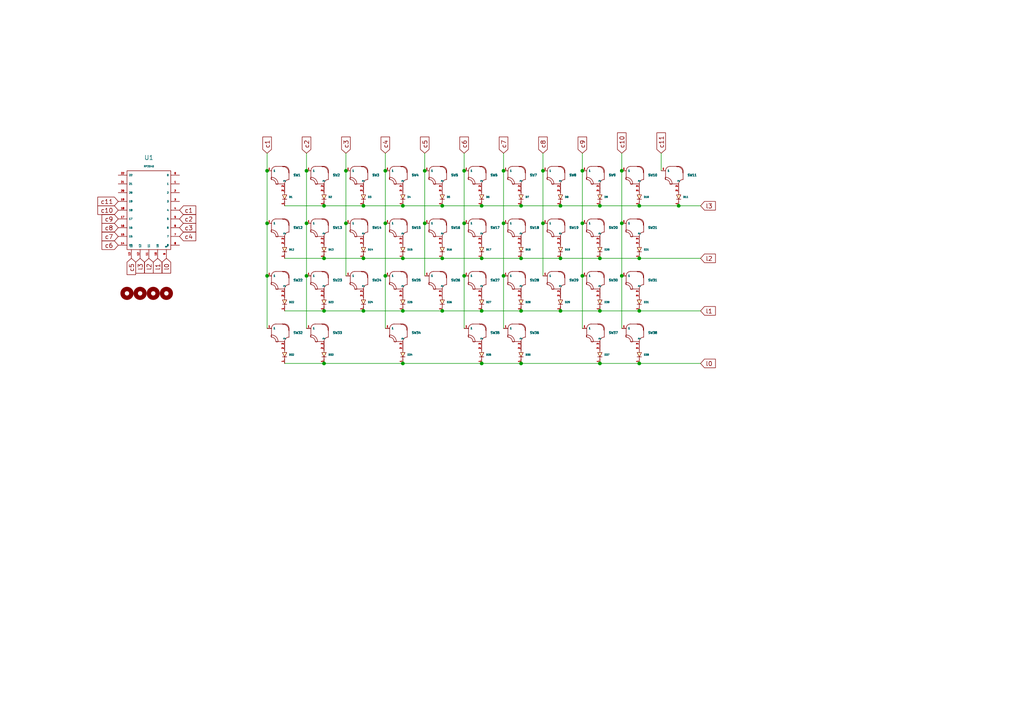
<source format=kicad_sch>
(kicad_sch (version 20211123) (generator eeschema)
  (paper "A4")
  (lib_symbols
    (symbol "Mechanical:MountingHole" (pin_names (offset 1.016))
      (property "Reference" "H" (at 0 5.08 0))
      (property "Value" "MountingHole" (at 0 3.175 0))
      (symbol "MountingHole_0_1"
        (circle (center 0 0) (radius 1.27) (stroke (width 1.27)))
      )
    )
    (symbol "keyb:Diode"
      (property "Reference" "D" (at -0.635 -1.27 0))
      (symbol "Diode_0_1"
        (polyline (pts (xy -1.27 0) (xy -0.635 0)))
        (polyline (pts (xy 0.635 0) (xy 1.27 0)))
        (polyline (pts (xy -0.635 0.635) (xy -0.635 -0.635) (xy -0.635 0)))
        (polyline (pts (xy -0.635 0) (xy 0.635 0.635) (xy 0.635 -0.635) (xy -0.635 0)) (fill (type background)))
      )
      (symbol "Diode_1_1"
        (pin bidirectional line (at -2.54 0 0) (length 1.27) (name "") (number "1"))
        (pin bidirectional line (at 2.54 0 180) (length 1.27) (name "") (number "2"))
      )
    )
    (symbol "keyb:RP2040"
      (property "Reference" "U" (at 0 1.27 0))
      (property "Value" "RP2040" (at 0 -2.54 0))
      (symbol "RP2040_0_1"
        (rectangle (start -6.35 11.43) (end 6.35 -11.43))
      )
      (symbol "RP2040_1_1"
        (pin bidirectional line (at 8.89 10.16 180) (length 2.54) (name "0") (number "0"))
        (pin bidirectional line (at 8.89 7.62 180) (length 2.54) (name "1") (number "1"))
        (pin bidirectional line (at 2.54 -13.97 90) (length 2.54) (name "10") (number "10"))
        (pin bidirectional line (at 0 -13.97 90) (length 2.54) (name "11") (number "11"))
        (pin bidirectional line (at -2.54 -13.97 90) (length 2.54) (name "12") (number "12"))
        (pin bidirectional line (at -5.08 -13.97 90) (length 2.54) (name "13") (number "13"))
        (pin bidirectional line (at -8.89 -10.16 0) (length 2.54) (name "14") (number "14"))
        (pin bidirectional line (at -8.89 -7.62 0) (length 2.54) (name "15") (number "15"))
        (pin bidirectional line (at -8.89 -5.08 0) (length 2.54) (name "16") (number "16"))
        (pin bidirectional line (at -8.89 -2.54 0) (length 2.54) (name "17") (number "17"))
        (pin bidirectional line (at -8.89 0 0) (length 2.54) (name "18") (number "18"))
        (pin bidirectional line (at -8.89 2.54 0) (length 2.54) (name "19") (number "19"))
        (pin bidirectional line (at 8.89 5.08 180) (length 2.54) (name "2") (number "2"))
        (pin bidirectional line (at -8.89 5.08 0) (length 2.54) (name "20") (number "20"))
        (pin bidirectional line (at -8.89 7.62 0) (length 2.54) (name "21") (number "21"))
        (pin bidirectional line (at -8.89 10.16 0) (length 2.54) (name "22") (number "22"))
        (pin bidirectional line (at 8.89 2.54 180) (length 2.54) (name "3") (number "3"))
        (pin bidirectional line (at 8.89 0 180) (length 2.54) (name "4") (number "4"))
        (pin bidirectional line (at 8.89 -2.54 180) (length 2.54) (name "5") (number "5"))
        (pin bidirectional line (at 8.89 -5.08 180) (length 2.54) (name "6") (number "6"))
        (pin bidirectional line (at 8.89 -7.62 180) (length 2.54) (name "7") (number "7"))
        (pin bidirectional line (at 8.89 -10.16 180) (length 2.54) (name "8") (number "8"))
        (pin bidirectional line (at 5.08 -13.97 90) (length 2.54) (name "9") (number "9"))
      )
    )
    (symbol "keyb:key"
      (property "Reference" "SW" (at 0 0 0))
      (symbol "key_0_1"
        (arc (start -2.54 -0.635) (mid -2.6715 -0.9525) (end -2.54 -1.27))
        (arc (start -1.27 -2.54) (mid -1.642 -1.642) (end -2.54 -1.27))
        (arc (start -1.27 -2.54) (mid -0.9525 -2.6715) (end -0.635 -2.54))
        (arc (start -1.27 2.54) (mid -2.168 2.168) (end -2.54 1.27))
        (arc (start -0.635 -2.54) (mid -1.1935 -1.1935) (end -2.54 -0.635))
        (polyline (pts (xy -2.54 -1.27) (xy -2.54 1.27)))
        (polyline (pts (xy -1.27 -2.54) (xy 1.27 -2.54)))
        (polyline (pts (xy 1.27 2.54) (xy -1.27 2.54)))
        (polyline (pts (xy 2.54 -1.27) (xy 2.54 1.27)))
        (arc (start 0.635 2.54) (mid 0.9525 1.7735) (end 1.27 2.54))
        (arc (start 2.54 -1.27) (mid 0.372 -0.372) (end 1.27 -2.54))
        (arc (start 2.54 0.635) (mid 3.887 3.887) (end 0.635 2.54))
        (arc (start 2.54 1.27) (mid 3.438 3.438) (end 1.27 2.54))
        (arc (start 2.54 1.27) (mid 1.7735 0.9525) (end 2.54 0.635))
      )
      (symbol "key_1_1"
        (pin bidirectional line (at -3.81 1.27 0) (length 1.27) (name "1") (number "1"))
        (pin bidirectional line (at 1.27 -3.81 90) (length 1.27) (name "2") (number "2"))
      )
    )
  )
  (junction (at 196.85 59.69))
  (junction (at 162.56 74.93))
  (junction (at 180.34 49.53))
  (junction (at 93.98 74.93))
  (junction (at 185.42 105.41))
  (junction (at 157.48 49.53))
  (junction (at 139.7 90.17))
  (junction (at 146.05 64.77))
  (junction (at 111.76 80.01))
  (junction (at 88.9 49.53))
  (junction (at 116.84 74.93))
  (junction (at 151.13 74.93))
  (junction (at 100.33 64.77))
  (junction (at 88.9 80.01))
  (junction (at 173.99 90.17))
  (junction (at 105.41 90.17))
  (junction (at 100.33 49.53))
  (junction (at 134.62 80.01))
  (junction (at 123.19 49.53))
  (junction (at 180.34 80.01))
  (junction (at 157.48 64.77))
  (junction (at 168.91 64.77))
  (junction (at 93.98 105.41))
  (junction (at 168.91 49.53))
  (junction (at 128.27 90.17))
  (junction (at 116.84 90.17))
  (junction (at 139.7 105.41))
  (junction (at 77.47 49.53))
  (junction (at 168.91 80.01))
  (junction (at 185.42 74.93))
  (junction (at 134.62 49.53))
  (junction (at 77.47 80.01))
  (junction (at 134.62 64.77))
  (junction (at 146.05 80.01))
  (junction (at 128.27 74.93))
  (junction (at 185.42 90.17))
  (junction (at 111.76 49.53))
  (junction (at 173.99 74.93))
  (junction (at 123.19 64.77))
  (junction (at 93.98 59.69))
  (junction (at 162.56 90.17))
  (junction (at 116.84 59.69))
  (junction (at 93.98 90.17))
  (junction (at 77.47 64.77))
  (junction (at 88.9 64.77))
  (junction (at 151.13 90.17))
  (junction (at 105.41 74.93))
  (junction (at 151.13 105.41))
  (junction (at 105.41 59.69))
  (junction (at 146.05 49.53))
  (junction (at 128.27 59.69))
  (junction (at 151.13 59.69))
  (junction (at 185.42 59.69))
  (junction (at 173.99 59.69))
  (junction (at 139.7 59.69))
  (junction (at 111.76 64.77))
  (junction (at 139.7 74.93))
  (junction (at 180.34 64.77))
  (junction (at 162.56 59.69))
  (junction (at 116.84 105.41))
  (junction (at 173.99 105.41))
  (wire (pts (xy 173.99 74.93) (xy 185.42 74.93)))
  (wire (pts (xy 180.34 49.53) (xy 180.34 64.77)))
  (wire (pts (xy 111.76 44.45) (xy 111.76 49.53)))
  (wire (pts (xy 185.42 74.93) (xy 203.2 74.93)))
  (wire (pts (xy 151.13 59.69) (xy 162.56 59.69)))
  (wire (pts (xy 173.99 105.41) (xy 185.42 105.41)))
  (wire (pts (xy 77.47 80.01) (xy 77.47 95.25)))
  (wire (pts (xy 88.9 80.01) (xy 88.9 95.25)))
  (wire (pts (xy 173.99 90.17) (xy 185.42 90.17)))
  (wire (pts (xy 111.76 80.01) (xy 111.76 95.25)))
  (wire (pts (xy 157.48 49.53) (xy 157.48 64.77)))
  (wire (pts (xy 82.55 74.93) (xy 93.98 74.93)))
  (wire (pts (xy 134.62 49.53) (xy 134.62 64.77)))
  (wire (pts (xy 168.91 64.77) (xy 168.91 80.01)))
  (wire (pts (xy 111.76 49.53) (xy 111.76 64.77)))
  (wire (pts (xy 128.27 74.93) (xy 139.7 74.93)))
  (wire (pts (xy 185.42 59.69) (xy 196.85 59.69)))
  (wire (pts (xy 100.33 44.45) (xy 100.33 49.53)))
  (wire (pts (xy 180.34 44.45) (xy 180.34 49.53)))
  (wire (pts (xy 123.19 49.53) (xy 123.19 64.77)))
  (wire (pts (xy 134.62 64.77) (xy 134.62 80.01)))
  (wire (pts (xy 168.91 49.53) (xy 168.91 64.77)))
  (wire (pts (xy 146.05 80.01) (xy 146.05 95.25)))
  (wire (pts (xy 128.27 59.69) (xy 139.7 59.69)))
  (wire (pts (xy 82.55 59.69) (xy 93.98 59.69)))
  (wire (pts (xy 93.98 90.17) (xy 105.41 90.17)))
  (wire (pts (xy 111.76 64.77) (xy 111.76 80.01)))
  (wire (pts (xy 139.7 90.17) (xy 151.13 90.17)))
  (wire (pts (xy 162.56 74.93) (xy 173.99 74.93)))
  (wire (pts (xy 128.27 90.17) (xy 139.7 90.17)))
  (wire (pts (xy 100.33 64.77) (xy 100.33 80.01)))
  (wire (pts (xy 77.47 64.77) (xy 77.47 80.01)))
  (wire (pts (xy 139.7 105.41) (xy 151.13 105.41)))
  (wire (pts (xy 185.42 90.17) (xy 203.2 90.17)))
  (wire (pts (xy 123.19 44.45) (xy 123.19 49.53)))
  (wire (pts (xy 134.62 80.01) (xy 134.62 95.25)))
  (wire (pts (xy 151.13 105.41) (xy 173.99 105.41)))
  (wire (pts (xy 116.84 74.93) (xy 128.27 74.93)))
  (wire (pts (xy 168.91 80.01) (xy 168.91 95.25)))
  (wire (pts (xy 191.77 44.45) (xy 191.77 49.53)))
  (wire (pts (xy 105.41 59.69) (xy 116.84 59.69)))
  (wire (pts (xy 173.99 59.69) (xy 185.42 59.69)))
  (wire (pts (xy 116.84 105.41) (xy 139.7 105.41)))
  (wire (pts (xy 168.91 44.45) (xy 168.91 49.53)))
  (wire (pts (xy 180.34 64.77) (xy 180.34 80.01)))
  (wire (pts (xy 134.62 44.45) (xy 134.62 49.53)))
  (wire (pts (xy 88.9 44.45) (xy 88.9 49.53)))
  (wire (pts (xy 162.56 90.17) (xy 173.99 90.17)))
  (wire (pts (xy 146.05 49.53) (xy 146.05 64.77)))
  (wire (pts (xy 93.98 59.69) (xy 105.41 59.69)))
  (wire (pts (xy 105.41 74.93) (xy 116.84 74.93)))
  (wire (pts (xy 139.7 74.93) (xy 151.13 74.93)))
  (wire (pts (xy 93.98 74.93) (xy 105.41 74.93)))
  (wire (pts (xy 105.41 90.17) (xy 116.84 90.17)))
  (wire (pts (xy 88.9 64.77) (xy 88.9 80.01)))
  (wire (pts (xy 180.34 80.01) (xy 180.34 95.25)))
  (wire (pts (xy 157.48 64.77) (xy 157.48 80.01)))
  (wire (pts (xy 196.85 59.69) (xy 203.2 59.69)))
  (wire (pts (xy 77.47 44.45) (xy 77.47 49.53)))
  (wire (pts (xy 157.48 44.45) (xy 157.48 49.53)))
  (wire (pts (xy 77.47 49.53) (xy 77.47 64.77)))
  (wire (pts (xy 82.55 105.41) (xy 93.98 105.41)))
  (wire (pts (xy 139.7 59.69) (xy 151.13 59.69)))
  (wire (pts (xy 185.42 105.41) (xy 203.2 105.41)))
  (wire (pts (xy 151.13 74.93) (xy 162.56 74.93)))
  (wire (pts (xy 82.55 90.17) (xy 93.98 90.17)))
  (wire (pts (xy 93.98 105.41) (xy 116.84 105.41)))
  (wire (pts (xy 116.84 90.17) (xy 128.27 90.17)))
  (wire (pts (xy 116.84 59.69) (xy 128.27 59.69)))
  (wire (pts (xy 100.33 49.53) (xy 100.33 64.77)))
  (wire (pts (xy 146.05 64.77) (xy 146.05 80.01)))
  (wire (pts (xy 88.9 49.53) (xy 88.9 64.77)))
  (wire (pts (xy 146.05 44.45) (xy 146.05 49.53)))
  (wire (pts (xy 151.13 90.17) (xy 162.56 90.17)))
  (wire (pts (xy 162.56 59.69) (xy 173.99 59.69)))
  (wire (pts (xy 123.19 64.77) (xy 123.19 80.01)))
  (global_label "c3" (shape input) (at 52.07 66.04 0) (property "Références Inter-Feuilles" "${INTERSHEET_REFS}" (effects hide)))
  (global_label "c2" (shape input) (at 52.07 63.5 0) (property "Références Inter-Feuilles" "${INTERSHEET_REFS}" (effects hide)))
  (global_label "c3" (shape input) (at 100.33 44.45 90) (property "Références Inter-Feuilles" "${INTERSHEET_REFS}" (effects hide)))
  (global_label "c2" (shape input) (at 88.9 44.45 90) (property "Références Inter-Feuilles" "${INTERSHEET_REFS}" (effects hide)))
  (global_label "c8" (shape input) (at 34.29 66.04 180) (property "Références Inter-Feuilles" "${INTERSHEET_REFS}" (effects hide)))
  (global_label "c6" (shape input) (at 34.29 71.12 180) (property "Références Inter-Feuilles" "${INTERSHEET_REFS}" (effects hide)))
  (global_label "c7" (shape input) (at 146.05 44.45 90) (property "Références Inter-Feuilles" "${INTERSHEET_REFS}" (effects hide)))
  (global_label "c1" (shape input) (at 52.07 60.96 0) (property "Références Inter-Feuilles" "${INTERSHEET_REFS}" (effects hide)))
  (global_label "c11" (shape input) (at 34.29 58.42 180) (property "Références Inter-Feuilles" "${INTERSHEET_REFS}" (effects hide)))
  (global_label "l0" (shape input) (at 203.2 105.41 0) (property "Références Inter-Feuilles" "${INTERSHEET_REFS}" (effects hide)))
  (global_label "c4" (shape input) (at 52.07 68.58 0) (property "Références Inter-Feuilles" "${INTERSHEET_REFS}" (effects hide)))
  (global_label "l3" (shape input) (at 203.2 59.69 0) (property "Références Inter-Feuilles" "${INTERSHEET_REFS}" (effects hide)))
  (global_label "l1" (shape input) (at 45.72 74.93 270) (property "Références Inter-Feuilles" "${INTERSHEET_REFS}" (effects hide)))
  (global_label "c9" (shape input) (at 34.29 63.5 180) (property "Références Inter-Feuilles" "${INTERSHEET_REFS}" (effects hide)))
  (global_label "c10" (shape input) (at 34.29 60.96 180) (property "Références Inter-Feuilles" "${INTERSHEET_REFS}" (effects hide)))
  (global_label "c10" (shape input) (at 180.34 44.45 90) (property "Références Inter-Feuilles" "${INTERSHEET_REFS}" (effects hide)))
  (global_label "c8" (shape input) (at 157.48 44.45 90) (property "Références Inter-Feuilles" "${INTERSHEET_REFS}" (effects hide)))
  (global_label "c1" (shape input) (at 77.47 44.45 90) (property "Références Inter-Feuilles" "${INTERSHEET_REFS}" (effects hide)))
  (global_label "c5" (shape input) (at 38.1 74.93 270) (property "Références Inter-Feuilles" "${INTERSHEET_REFS}" (effects hide)))
  (global_label "c4" (shape input) (at 111.76 44.45 90) (property "Références Inter-Feuilles" "${INTERSHEET_REFS}" (effects hide)))
  (global_label "c6" (shape input) (at 134.62 44.45 90) (property "Références Inter-Feuilles" "${INTERSHEET_REFS}" (effects hide)))
  (global_label "c9" (shape input) (at 168.91 44.45 90) (property "Références Inter-Feuilles" "${INTERSHEET_REFS}" (effects hide)))
  (global_label "l3" (shape input) (at 40.64 74.93 270) (property "Références Inter-Feuilles" "${INTERSHEET_REFS}" (effects hide)))
  (global_label "c11" (shape input) (at 191.77 44.45 90) (property "Références Inter-Feuilles" "${INTERSHEET_REFS}" (effects hide)))
  (global_label "c5" (shape input) (at 123.19 44.45 90) (property "Références Inter-Feuilles" "${INTERSHEET_REFS}" (effects hide)))
  (global_label "l2" (shape input) (at 43.18 74.93 270) (property "Références Inter-Feuilles" "${INTERSHEET_REFS}" (effects hide)))
  (global_label "c7" (shape input) (at 34.29 68.58 180) (property "Références Inter-Feuilles" "${INTERSHEET_REFS}" (effects hide)))
  (global_label "l1" (shape input) (at 203.2 90.17 0) (property "Références Inter-Feuilles" "${INTERSHEET_REFS}" (effects hide)))
  (global_label "l2" (shape input) (at 203.2 74.93 0) (property "Références Inter-Feuilles" "${INTERSHEET_REFS}" (effects hide)))
  (global_label "l0" (shape input) (at 48.26 74.93 270) (property "Références Inter-Feuilles" "${INTERSHEET_REFS}" (effects hide)))
  (symbol (lib_id "keyb:Diode") (at 173.99 87.63 90) (unit 1)
    (property "Reference" "D30" (at 175.26 87.63 90) (effects (font (size 0.5 0.5)) (justify right)))
    (property "Value" "Diode" (effects hide))
    (property "Footprint" "keyb-libs:Diode" (effects hide))
  )
  (symbol (lib_id "keyb:Diode") (at 116.84 57.15 90) (unit 1)
    (property "Reference" "D4" (at 118.11 57.15 90) (effects (font (size 0.5 0.5)) (justify right)))
    (property "Value" "Diode" (effects hide))
    (property "Footprint" "keyb-libs:Diode" (effects hide))
  )
  (symbol (lib_id "keyb:key") (at 127 66.04 0) (unit 1)
    (property "Reference" "SW16" (at 130.81 66.0399 0) (effects (font (size 0.65 0.65)) (justify left)))
    (property "Value" "key" (effects hide))
    (property "Footprint" "keyb-libs:MX-5pin" (effects hide))
  )
  (symbol (lib_id "keyb:Diode") (at 185.42 102.87 90) (unit 1)
    (property "Reference" "D38" (at 186.69 102.87 90) (effects (font (size 0.5 0.5)) (justify right)))
    (property "Value" "Diode" (effects hide))
    (property "Footprint" "keyb-libs:Diode" (effects hide))
  )
  (symbol (lib_id "keyb:Diode") (at 116.84 72.39 90) (unit 1)
    (property "Reference" "D15" (at 118.11 72.39 90) (effects (font (size 0.5 0.5)) (justify right)))
    (property "Value" "Diode" (effects hide))
    (property "Footprint" "keyb-libs:Diode" (effects hide))
  )
  (symbol (lib_id "Mechanical:MountingHole") (at 44.45 85.09 0) (unit 1)
    (property "Reference" "H3" (effects hide))
    (property "Value" "MountingHole" (effects hide))
    (property "Footprint" "MountingHole:MountingHole_2.2mm_M2" (effects hide))
  )
  (symbol (lib_id "keyb:key") (at 172.72 66.04 0) (unit 1)
    (property "Reference" "SW20" (at 176.53 66.0399 0) (effects (font (size 0.65 0.65)) (justify left)))
    (property "Value" "key" (effects hide))
    (property "Footprint" "keyb-libs:MX-5pin" (effects hide))
  )
  (symbol (lib_id "keyb:key") (at 81.28 66.04 0) (unit 1)
    (property "Reference" "SW12" (at 85.09 66.0399 0) (effects (font (size 0.65 0.65)) (justify left)))
    (property "Value" "key" (effects hide))
    (property "Footprint" "keyb-libs:MX-5pin" (effects hide))
  )
  (symbol (lib_id "keyb:Diode") (at 162.56 57.15 90) (unit 1)
    (property "Reference" "D8" (at 163.83 57.15 90) (effects (font (size 0.5 0.5)) (justify right)))
    (property "Value" "Diode" (effects hide))
    (property "Footprint" "keyb-libs:Diode" (effects hide))
  )
  (symbol (lib_id "keyb:Diode") (at 185.42 87.63 90) (unit 1)
    (property "Reference" "D31" (at 186.69 87.63 90) (effects (font (size 0.5 0.5)) (justify right)))
    (property "Value" "Diode" (effects hide))
    (property "Footprint" "keyb-libs:Diode" (effects hide))
  )
  (symbol (lib_id "Mechanical:MountingHole") (at 48.26 85.09 0) (unit 1)
    (property "Reference" "H4" (effects hide))
    (property "Value" "MountingHole" (effects hide))
    (property "Footprint" "MountingHole:MountingHole_2.2mm_M2" (effects hide))
  )
  (symbol (lib_id "keyb:key") (at 184.15 81.28 0) (unit 1)
    (property "Reference" "SW31" (at 187.96 81.2799 0) (effects (font (size 0.65 0.65)) (justify left)))
    (property "Value" "key" (effects hide))
    (property "Footprint" "keyb-libs:MX-5pin" (effects hide))
  )
  (symbol (lib_id "keyb:Diode") (at 139.7 87.63 90) (unit 1)
    (property "Reference" "D27" (at 140.97 87.63 90) (effects (font (size 0.5 0.5)) (justify right)))
    (property "Value" "Diode" (effects hide))
    (property "Footprint" "keyb-libs:Diode" (effects hide))
  )
  (symbol (lib_id "keyb:key") (at 92.71 81.28 0) (unit 1)
    (property "Reference" "SW23" (at 96.52 81.2799 0) (effects (font (size 0.65 0.65)) (justify left)))
    (property "Value" "key" (effects hide))
    (property "Footprint" "keyb-libs:MX-5pin" (effects hide))
  )
  (symbol (lib_id "keyb:RP2040") (at 43.18 60.96 0) (unit 1)
    (property "Reference" "U1" (at 43.18 45.72 0))
    (property "Value" "RP2040" (at 43.18 48.26 0) (effects (font (size 0.5 0.5))))
    (property "Footprint" "keyb-libs:RP2040" (effects hide))
  )
  (symbol (lib_id "keyb:Diode") (at 82.55 102.87 90) (unit 1)
    (property "Reference" "D32" (at 83.82 102.87 90) (effects (font (size 0.5 0.5)) (justify right)))
    (property "Value" "Diode" (effects hide))
    (property "Footprint" "keyb-libs:Diode" (effects hide))
  )
  (symbol (lib_id "keyb:key") (at 104.14 81.28 0) (unit 1)
    (property "Reference" "SW24" (at 107.95 81.2799 0) (effects (font (size 0.65 0.65)) (justify left)))
    (property "Value" "key" (effects hide))
    (property "Footprint" "keyb-libs:MX-5pin" (effects hide))
  )
  (symbol (lib_id "keyb:Diode") (at 196.85 57.15 90) (unit 1)
    (property "Reference" "D11" (at 198.12 57.15 90) (effects (font (size 0.5 0.5)) (justify right)))
    (property "Value" "Diode" (effects hide))
    (property "Footprint" "keyb-libs:Diode" (effects hide))
  )
  (symbol (lib_id "keyb:key") (at 184.15 96.52 0) (unit 1)
    (property "Reference" "SW38" (at 187.96 96.5199 0) (effects (font (size 0.65 0.65)) (justify left)))
    (property "Value" "key" (effects hide))
    (property "Footprint" "keyb-libs:MX-5pin" (effects hide))
  )
  (symbol (lib_id "Mechanical:MountingHole") (at 36.83 85.09 0) (unit 1)
    (property "Reference" "H1" (effects hide))
    (property "Value" "MountingHole" (effects hide))
    (property "Footprint" "MountingHole:MountingHole_2.2mm_M2" (effects hide))
  )
  (symbol (lib_id "keyb:key") (at 149.86 81.28 0) (unit 1)
    (property "Reference" "SW28" (at 153.67 81.2799 0) (effects (font (size 0.65 0.65)) (justify left)))
    (property "Value" "key" (effects hide))
    (property "Footprint" "keyb-libs:MX-5pin" (effects hide))
  )
  (symbol (lib_id "keyb:Diode") (at 128.27 57.15 90) (unit 1)
    (property "Reference" "D5" (at 129.54 57.15 90) (effects (font (size 0.5 0.5)) (justify right)))
    (property "Value" "Diode" (effects hide))
    (property "Footprint" "keyb-libs:Diode" (effects hide))
  )
  (symbol (lib_id "keyb:Diode") (at 151.13 87.63 90) (unit 1)
    (property "Reference" "D28" (at 152.4 87.63 90) (effects (font (size 0.5 0.5)) (justify right)))
    (property "Value" "Diode" (effects hide))
    (property "Footprint" "keyb-libs:Diode" (effects hide))
  )
  (symbol (lib_id "keyb:key") (at 149.86 66.04 0) (unit 1)
    (property "Reference" "SW18" (at 153.67 66.0399 0) (effects (font (size 0.65 0.65)) (justify left)))
    (property "Value" "key" (effects hide))
    (property "Footprint" "keyb-libs:MX-5pin" (effects hide))
  )
  (symbol (lib_id "keyb:key") (at 127 50.8 0) (unit 1)
    (property "Reference" "SW5" (at 130.81 50.7999 0) (effects (font (size 0.65 0.65)) (justify left)))
    (property "Value" "key" (effects hide))
    (property "Footprint" "keyb-libs:MX-5pin" (effects hide))
  )
  (symbol (lib_id "keyb:Diode") (at 173.99 57.15 90) (unit 1)
    (property "Reference" "D9" (at 175.26 57.15 90) (effects (font (size 0.5 0.5)) (justify right)))
    (property "Value" "Diode" (effects hide))
    (property "Footprint" "keyb-libs:Diode" (effects hide))
  )
  (symbol (lib_id "keyb:key") (at 81.28 81.28 0) (unit 1)
    (property "Reference" "SW22" (at 85.09 81.2799 0) (effects (font (size 0.65 0.65)) (justify left)))
    (property "Value" "key" (effects hide))
    (property "Footprint" "keyb-libs:MX-5pin" (effects hide))
  )
  (symbol (lib_id "keyb:key") (at 115.57 50.8 0) (unit 1)
    (property "Reference" "SW4" (at 119.38 50.7999 0) (effects (font (size 0.65 0.65)) (justify left)))
    (property "Value" "key" (effects hide))
    (property "Footprint" "keyb-libs:MX-5pin" (effects hide))
  )
  (symbol (lib_id "keyb:key") (at 172.72 96.52 0) (unit 1)
    (property "Reference" "SW37" (at 176.53 96.5199 0) (effects (font (size 0.65 0.65)) (justify left)))
    (property "Value" "key" (effects hide))
    (property "Footprint" "keyb-libs:MX-5pin" (effects hide))
  )
  (symbol (lib_id "Mechanical:MountingHole") (at 40.64 85.09 0) (unit 1)
    (property "Reference" "H2" (effects hide))
    (property "Value" "MountingHole" (effects hide))
    (property "Footprint" "MountingHole:MountingHole_2.2mm_M2" (effects hide))
  )
  (symbol (lib_id "keyb:Diode") (at 82.55 57.15 90) (unit 1)
    (property "Reference" "D1" (at 83.82 57.15 90) (effects (font (size 0.5 0.5)) (justify right)))
    (property "Value" "Diode" (effects hide))
    (property "Footprint" "keyb-libs:Diode" (effects hide))
  )
  (symbol (lib_id "keyb:Diode") (at 151.13 102.87 90) (unit 1)
    (property "Reference" "D36" (at 152.4 102.87 90) (effects (font (size 0.5 0.5)) (justify right)))
    (property "Value" "Diode" (effects hide))
    (property "Footprint" "keyb-libs:Diode" (effects hide))
  )
  (symbol (lib_id "keyb:Diode") (at 82.55 72.39 90) (unit 1)
    (property "Reference" "D12" (at 83.82 72.39 90) (effects (font (size 0.5 0.5)) (justify right)))
    (property "Value" "Diode" (effects hide))
    (property "Footprint" "keyb-libs:Diode" (effects hide))
  )
  (symbol (lib_id "keyb:Diode") (at 139.7 72.39 90) (unit 1)
    (property "Reference" "D17" (at 140.97 72.39 90) (effects (font (size 0.5 0.5)) (justify right)))
    (property "Value" "Diode" (effects hide))
    (property "Footprint" "keyb-libs:Diode" (effects hide))
  )
  (symbol (lib_id "keyb:key") (at 138.43 66.04 0) (unit 1)
    (property "Reference" "SW17" (at 142.24 66.0399 0) (effects (font (size 0.65 0.65)) (justify left)))
    (property "Value" "key" (effects hide))
    (property "Footprint" "keyb-libs:MX-5pin" (effects hide))
  )
  (symbol (lib_id "keyb:key") (at 127 81.28 0) (unit 1)
    (property "Reference" "SW26" (at 130.81 81.2799 0) (effects (font (size 0.65 0.65)) (justify left)))
    (property "Value" "key" (effects hide))
    (property "Footprint" "keyb-libs:MX-5pin" (effects hide))
  )
  (symbol (lib_id "keyb:Diode") (at 139.7 102.87 90) (unit 1)
    (property "Reference" "D35" (at 140.97 102.87 90) (effects (font (size 0.5 0.5)) (justify right)))
    (property "Value" "Diode" (effects hide))
    (property "Footprint" "keyb-libs:Diode" (effects hide))
  )
  (symbol (lib_id "keyb:key") (at 149.86 50.8 0) (unit 1)
    (property "Reference" "SW7" (at 153.67 50.7999 0) (effects (font (size 0.65 0.65)) (justify left)))
    (property "Value" "key" (effects hide))
    (property "Footprint" "keyb-libs:MX-5pin" (effects hide))
  )
  (symbol (lib_id "keyb:key") (at 104.14 50.8 0) (unit 1)
    (property "Reference" "SW3" (at 107.95 50.7999 0) (effects (font (size 0.65 0.65)) (justify left)))
    (property "Value" "key" (effects hide))
    (property "Footprint" "keyb-libs:MX-5pin" (effects hide))
  )
  (symbol (lib_id "keyb:key") (at 172.72 50.8 0) (unit 1)
    (property "Reference" "SW9" (at 176.53 50.7999 0) (effects (font (size 0.65 0.65)) (justify left)))
    (property "Value" "key" (effects hide))
    (property "Footprint" "keyb-libs:MX-5pin" (effects hide))
  )
  (symbol (lib_id "keyb:Diode") (at 173.99 72.39 90) (unit 1)
    (property "Reference" "D20" (at 175.26 72.39 90) (effects (font (size 0.5 0.5)) (justify right)))
    (property "Value" "Diode" (effects hide))
    (property "Footprint" "keyb-libs:Diode" (effects hide))
  )
  (symbol (lib_id "keyb:Diode") (at 185.42 72.39 90) (unit 1)
    (property "Reference" "D21" (at 186.69 72.39 90) (effects (font (size 0.5 0.5)) (justify right)))
    (property "Value" "Diode" (effects hide))
    (property "Footprint" "keyb-libs:Diode" (effects hide))
  )
  (symbol (lib_id "keyb:key") (at 161.29 81.28 0) (unit 1)
    (property "Reference" "SW29" (at 165.1 81.2799 0) (effects (font (size 0.65 0.65)) (justify left)))
    (property "Value" "key" (effects hide))
    (property "Footprint" "keyb-libs:MX-5pin" (effects hide))
  )
  (symbol (lib_id "keyb:Diode") (at 105.41 87.63 90) (unit 1)
    (property "Reference" "D24" (at 106.68 87.63 90) (effects (font (size 0.5 0.5)) (justify right)))
    (property "Value" "Diode" (effects hide))
    (property "Footprint" "keyb-libs:Diode" (effects hide))
  )
  (symbol (lib_id "keyb:Diode") (at 93.98 102.87 90) (unit 1)
    (property "Reference" "D33" (at 95.25 102.87 90) (effects (font (size 0.5 0.5)) (justify right)))
    (property "Value" "Diode" (effects hide))
    (property "Footprint" "keyb-libs:Diode" (effects hide))
  )
  (symbol (lib_id "keyb:Diode") (at 128.27 87.63 90) (unit 1)
    (property "Reference" "D26" (at 129.54 87.63 90) (effects (font (size 0.5 0.5)) (justify right)))
    (property "Value" "Diode" (effects hide))
    (property "Footprint" "keyb-libs:Diode" (effects hide))
  )
  (symbol (lib_id "keyb:key") (at 92.71 50.8 0) (unit 1)
    (property "Reference" "SW2" (at 96.52 50.7999 0) (effects (font (size 0.65 0.65)) (justify left)))
    (property "Value" "key" (effects hide))
    (property "Footprint" "keyb-libs:MX-5pin" (effects hide))
  )
  (symbol (lib_id "keyb:key") (at 195.58 50.8 0) (unit 1)
    (property "Reference" "SW11" (at 199.39 50.7999 0) (effects (font (size 0.65 0.65)) (justify left)))
    (property "Value" "key" (effects hide))
    (property "Footprint" "keyb-libs:MX-5pin" (effects hide))
  )
  (symbol (lib_id "keyb:key") (at 149.86 96.52 0) (unit 1)
    (property "Reference" "SW36" (at 153.67 96.5199 0) (effects (font (size 0.65 0.65)) (justify left)))
    (property "Value" "key" (effects hide))
    (property "Footprint" "keyb-libs:MX-5pin" (effects hide))
  )
  (symbol (lib_id "keyb:key") (at 138.43 50.8 0) (unit 1)
    (property "Reference" "SW6" (at 142.24 50.7999 0) (effects (font (size 0.65 0.65)) (justify left)))
    (property "Value" "key" (effects hide))
    (property "Footprint" "keyb-libs:MX-5pin" (effects hide))
  )
  (symbol (lib_id "keyb:Diode") (at 93.98 57.15 90) (unit 1)
    (property "Reference" "D2" (at 95.25 57.15 90) (effects (font (size 0.5 0.5)) (justify right)))
    (property "Value" "Diode" (effects hide))
    (property "Footprint" "keyb-libs:Diode" (effects hide))
  )
  (symbol (lib_id "keyb:Diode") (at 105.41 57.15 90) (unit 1)
    (property "Reference" "D3" (at 106.68 57.15 90) (effects (font (size 0.5 0.5)) (justify right)))
    (property "Value" "Diode" (effects hide))
    (property "Footprint" "keyb-libs:Diode" (effects hide))
  )
  (symbol (lib_id "keyb:Diode") (at 162.56 72.39 90) (unit 1)
    (property "Reference" "D19" (at 163.83 72.39 90) (effects (font (size 0.5 0.5)) (justify right)))
    (property "Value" "Diode" (effects hide))
    (property "Footprint" "keyb-libs:Diode" (effects hide))
  )
  (symbol (lib_id "keyb:Diode") (at 82.55 87.63 90) (unit 1)
    (property "Reference" "D22" (at 83.82 87.63 90) (effects (font (size 0.5 0.5)) (justify right)))
    (property "Value" "Diode" (effects hide))
    (property "Footprint" "keyb-libs:Diode" (effects hide))
  )
  (symbol (lib_id "keyb:Diode") (at 139.7 57.15 90) (unit 1)
    (property "Reference" "D6" (at 140.97 57.15 90) (effects (font (size 0.5 0.5)) (justify right)))
    (property "Value" "Diode" (effects hide))
    (property "Footprint" "keyb-libs:Diode" (effects hide))
  )
  (symbol (lib_id "keyb:Diode") (at 173.99 102.87 90) (unit 1)
    (property "Reference" "D37" (at 175.26 102.87 90) (effects (font (size 0.5 0.5)) (justify right)))
    (property "Value" "Diode" (effects hide))
    (property "Footprint" "keyb-libs:Diode" (effects hide))
  )
  (symbol (lib_id "keyb:key") (at 161.29 66.04 0) (unit 1)
    (property "Reference" "SW19" (at 165.1 66.0399 0) (effects (font (size 0.65 0.65)) (justify left)))
    (property "Value" "key" (effects hide))
    (property "Footprint" "keyb-libs:MX-5pin" (effects hide))
  )
  (symbol (lib_id "keyb:Diode") (at 151.13 72.39 90) (unit 1)
    (property "Reference" "D18" (at 152.4 72.39 90) (effects (font (size 0.5 0.5)) (justify right)))
    (property "Value" "Diode" (effects hide))
    (property "Footprint" "keyb-libs:Diode" (effects hide))
  )
  (symbol (lib_id "keyb:key") (at 172.72 81.28 0) (unit 1)
    (property "Reference" "SW30" (at 176.53 81.2799 0) (effects (font (size 0.65 0.65)) (justify left)))
    (property "Value" "key" (effects hide))
    (property "Footprint" "keyb-libs:MX-5pin" (effects hide))
  )
  (symbol (lib_id "keyb:Diode") (at 116.84 87.63 90) (unit 1)
    (property "Reference" "D25" (at 118.11 87.63 90) (effects (font (size 0.5 0.5)) (justify right)))
    (property "Value" "Diode" (effects hide))
    (property "Footprint" "keyb-libs:Diode" (effects hide))
  )
  (symbol (lib_id "keyb:key") (at 138.43 96.52 0) (unit 1)
    (property "Reference" "SW35" (at 142.24 96.5199 0) (effects (font (size 0.65 0.65)) (justify left)))
    (property "Value" "key" (effects hide))
    (property "Footprint" "keyb-libs:MX-5pin_stab" (effects hide))
  )
  (symbol (lib_id "keyb:key") (at 92.71 66.04 0) (unit 1)
    (property "Reference" "SW13" (at 96.52 66.0399 0) (effects (font (size 0.65 0.65)) (justify left)))
    (property "Value" "key" (effects hide))
    (property "Footprint" "keyb-libs:MX-5pin" (effects hide))
  )
  (symbol (lib_id "keyb:key") (at 81.28 96.52 0) (unit 1)
    (property "Reference" "SW32" (at 85.09 96.5199 0) (effects (font (size 0.65 0.65)) (justify left)))
    (property "Value" "key" (effects hide))
    (property "Footprint" "keyb-libs:MX-5pin" (effects hide))
  )
  (symbol (lib_id "keyb:key") (at 81.28 50.8 0) (unit 1)
    (property "Reference" "SW1" (at 85.09 50.7999 0) (effects (font (size 0.65 0.65)) (justify left)))
    (property "Value" "key" (effects hide))
    (property "Footprint" "keyb-libs:MX-5pin" (effects hide))
  )
  (symbol (lib_id "keyb:key") (at 184.15 66.04 0) (unit 1)
    (property "Reference" "SW21" (at 187.96 66.0399 0) (effects (font (size 0.65 0.65)) (justify left)))
    (property "Value" "key" (effects hide))
    (property "Footprint" "keyb-libs:MX-5pin" (effects hide))
  )
  (symbol (lib_id "keyb:Diode") (at 185.42 57.15 90) (unit 1)
    (property "Reference" "D10" (at 186.69 57.15 90) (effects (font (size 0.5 0.5)) (justify right)))
    (property "Value" "Diode" (effects hide))
    (property "Footprint" "keyb-libs:Diode" (effects hide))
  )
  (symbol (lib_id "keyb:key") (at 184.15 50.8 0) (unit 1)
    (property "Reference" "SW10" (at 187.96 50.7999 0) (effects (font (size 0.65 0.65)) (justify left)))
    (property "Value" "key" (effects hide))
    (property "Footprint" "keyb-libs:MX-5pin" (effects hide))
  )
  (symbol (lib_id "keyb:Diode") (at 105.41 72.39 90) (unit 1)
    (property "Reference" "D14" (at 106.68 72.39 90) (effects (font (size 0.5 0.5)) (justify right)))
    (property "Value" "Diode" (effects hide))
    (property "Footprint" "keyb-libs:Diode" (effects hide))
  )
  (symbol (lib_id "keyb:key") (at 161.29 50.8 0) (unit 1)
    (property "Reference" "SW8" (at 165.1 50.7999 0) (effects (font (size 0.65 0.65)) (justify left)))
    (property "Value" "key" (effects hide))
    (property "Footprint" "keyb-libs:MX-5pin" (effects hide))
  )
  (symbol (lib_id "keyb:key") (at 115.57 66.04 0) (unit 1)
    (property "Reference" "SW15" (at 119.38 66.0399 0) (effects (font (size 0.65 0.65)) (justify left)))
    (property "Value" "key" (effects hide))
    (property "Footprint" "keyb-libs:MX-5pin" (effects hide))
  )
  (symbol (lib_id "keyb:key") (at 92.71 96.52 0) (unit 1)
    (property "Reference" "SW33" (at 96.52 96.5199 0) (effects (font (size 0.65 0.65)) (justify left)))
    (property "Value" "key" (effects hide))
    (property "Footprint" "keyb-libs:MX-5pin" (effects hide))
  )
  (symbol (lib_id "keyb:key") (at 115.57 96.52 0) (unit 1)
    (property "Reference" "SW34" (at 119.38 96.5199 0) (effects (font (size 0.65 0.65)) (justify left)))
    (property "Value" "key" (effects hide))
    (property "Footprint" "keyb-libs:MX-5pin" (effects hide))
  )
  (symbol (lib_id "keyb:key") (at 104.14 66.04 0) (unit 1)
    (property "Reference" "SW14" (at 107.95 66.0399 0) (effects (font (size 0.65 0.65)) (justify left)))
    (property "Value" "key" (effects hide))
    (property "Footprint" "keyb-libs:MX-5pin" (effects hide))
  )
  (symbol (lib_id "keyb:Diode") (at 93.98 87.63 90) (unit 1)
    (property "Reference" "D23" (at 95.25 87.63 90) (effects (font (size 0.5 0.5)) (justify right)))
    (property "Value" "Diode" (effects hide))
    (property "Footprint" "keyb-libs:Diode" (effects hide))
  )
  (symbol (lib_id "keyb:Diode") (at 93.98 72.39 90) (unit 1)
    (property "Reference" "D13" (at 95.25 72.39 90) (effects (font (size 0.5 0.5)) (justify right)))
    (property "Value" "Diode" (effects hide))
    (property "Footprint" "keyb-libs:Diode" (effects hide))
  )
  (symbol (lib_id "keyb:Diode") (at 116.84 102.87 90) (unit 1)
    (property "Reference" "D34" (at 118.11 102.87 90) (effects (font (size 0.5 0.5)) (justify right)))
    (property "Value" "Diode" (effects hide))
    (property "Footprint" "keyb-libs:Diode" (effects hide))
  )
  (symbol (lib_id "keyb:Diode") (at 162.56 87.63 90) (unit 1)
    (property "Reference" "D29" (at 163.83 87.63 90) (effects (font (size 0.5 0.5)) (justify right)))
    (property "Value" "Diode" (effects hide))
    (property "Footprint" "keyb-libs:Diode" (effects hide))
  )
  (symbol (lib_id "keyb:key") (at 138.43 81.28 0) (unit 1)
    (property "Reference" "SW27" (at 142.24 81.2799 0) (effects (font (size 0.65 0.65)) (justify left)))
    (property "Value" "key" (effects hide))
    (property "Footprint" "keyb-libs:MX-5pin" (effects hide))
  )
  (symbol (lib_id "keyb:Diode") (at 151.13 57.15 90) (unit 1)
    (property "Reference" "D7" (at 152.4 57.15 90) (effects (font (size 0.5 0.5)) (justify right)))
    (property "Value" "Diode" (effects hide))
    (property "Footprint" "keyb-libs:Diode" (effects hide))
  )
  (symbol (lib_id "keyb:Diode") (at 128.27 72.39 90) (unit 1)
    (property "Reference" "D16" (at 129.54 72.39 90) (effects (font (size 0.5 0.5)) (justify right)))
    (property "Value" "Diode" (effects hide))
    (property "Footprint" "keyb-libs:Diode" (effects hide))
  )
  (symbol (lib_id "keyb:key") (at 115.57 81.28 0) (unit 1)
    (property "Reference" "SW25" (at 119.38 81.2799 0) (effects (font (size 0.65 0.65)) (justify left)))
    (property "Value" "key" (effects hide))
    (property "Footprint" "keyb-libs:MX-5pin" (effects hide))
  )
)
</source>
